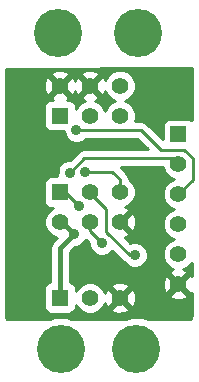
<source format=gbl>
%FSLAX34Y34*%
G04 Gerber Fmt 3.4, Leading zero omitted, Abs format*
G04 (created by PCBNEW (2013-11-28 BZR 4510)-product) date Thu 12 Jun 2014 08:21:47 PM EDT*
%MOIN*%
G01*
G70*
G90*
G04 APERTURE LIST*
%ADD10C,0.005906*%
%ADD11R,0.055000X0.055000*%
%ADD12C,0.055000*%
%ADD13C,0.160000*%
%ADD14C,0.035000*%
%ADD15C,0.010000*%
%ADD16C,0.015000*%
G04 APERTURE END LIST*
G54D10*
G54D11*
X51150Y-39100D03*
G54D12*
X52150Y-39100D03*
X53150Y-39100D03*
G54D11*
X51150Y-33025D03*
G54D12*
X52150Y-33025D03*
X53150Y-33025D03*
X51150Y-32025D03*
X52150Y-32025D03*
X53150Y-32025D03*
G54D13*
X51090Y-30270D03*
X53750Y-30270D03*
X51170Y-40800D03*
X53700Y-40800D03*
G54D11*
X51150Y-35575D03*
G54D12*
X51150Y-36575D03*
X52150Y-35575D03*
X52150Y-36575D03*
X53150Y-35575D03*
X53150Y-36575D03*
G54D11*
X55100Y-33650D03*
G54D12*
X55100Y-34650D03*
X55100Y-35650D03*
X55100Y-36650D03*
X55100Y-37650D03*
X55100Y-38650D03*
G54D14*
X50980Y-34920D03*
X51775Y-36025D03*
X52550Y-37275D03*
X51975Y-34900D03*
X51475Y-34925D03*
X53650Y-37675D03*
X51700Y-33500D03*
X51625Y-36975D03*
G54D15*
X50760Y-34700D02*
X50760Y-34680D01*
X50980Y-34920D02*
X50760Y-34700D01*
X51150Y-35575D02*
X51325Y-35575D01*
X51325Y-35575D02*
X51775Y-36025D01*
X52150Y-36575D02*
X52150Y-36875D01*
X52150Y-36875D02*
X52550Y-37275D01*
X53150Y-35575D02*
X53150Y-35150D01*
X52900Y-34900D02*
X51975Y-34900D01*
X53150Y-35150D02*
X52900Y-34900D01*
X53000Y-34450D02*
X54900Y-34450D01*
X54900Y-34450D02*
X55100Y-34650D01*
X51950Y-34450D02*
X51475Y-34925D01*
X53000Y-34450D02*
X51950Y-34450D01*
X52150Y-35575D02*
X52150Y-35600D01*
X53475Y-37675D02*
X53650Y-37675D01*
X52700Y-36900D02*
X53475Y-37675D01*
X52700Y-36150D02*
X52700Y-36900D01*
X52150Y-35600D02*
X52700Y-36150D01*
X52350Y-33500D02*
X53850Y-33500D01*
X55575Y-35175D02*
X55100Y-35650D01*
X55575Y-34450D02*
X55575Y-35175D01*
X55300Y-34175D02*
X55575Y-34450D01*
X54525Y-34175D02*
X55300Y-34175D01*
X53850Y-33500D02*
X54525Y-34175D01*
X52350Y-33500D02*
X51700Y-33500D01*
G54D16*
X51150Y-39100D02*
X51150Y-37450D01*
X51150Y-37450D02*
X51625Y-36975D01*
X51625Y-36975D02*
X51225Y-36575D01*
X51225Y-36575D02*
X51150Y-36575D01*
G54D10*
G36*
X55540Y-39630D02*
X55508Y-39819D01*
X55397Y-39819D01*
X55397Y-39017D01*
X55100Y-38720D01*
X55029Y-38791D01*
X55029Y-38650D01*
X54732Y-38352D01*
X54639Y-38377D01*
X54570Y-38574D01*
X54581Y-38782D01*
X54639Y-38922D01*
X54732Y-38947D01*
X55029Y-38650D01*
X55029Y-38791D01*
X54802Y-39017D01*
X54827Y-39110D01*
X55024Y-39179D01*
X55232Y-39168D01*
X55372Y-39110D01*
X55397Y-39017D01*
X55397Y-39819D01*
X54071Y-39817D01*
X53909Y-39750D01*
X53679Y-39749D01*
X53679Y-39175D01*
X53668Y-38967D01*
X53610Y-38827D01*
X53517Y-38802D01*
X53447Y-38873D01*
X53447Y-38732D01*
X53422Y-38639D01*
X53225Y-38570D01*
X53017Y-38581D01*
X52877Y-38639D01*
X52852Y-38732D01*
X53150Y-39029D01*
X53447Y-38732D01*
X53447Y-38873D01*
X53220Y-39100D01*
X53517Y-39397D01*
X53610Y-39372D01*
X53679Y-39175D01*
X53679Y-39749D01*
X53492Y-39749D01*
X53447Y-39768D01*
X53447Y-39467D01*
X53150Y-39170D01*
X52852Y-39467D01*
X52877Y-39560D01*
X53074Y-39629D01*
X53282Y-39618D01*
X53422Y-39560D01*
X53447Y-39467D01*
X53447Y-39768D01*
X53331Y-39816D01*
X51532Y-39813D01*
X51379Y-39750D01*
X50962Y-39749D01*
X50810Y-39812D01*
X49369Y-39810D01*
X49359Y-39767D01*
X49359Y-31479D01*
X55540Y-31450D01*
X55540Y-33186D01*
X55516Y-33163D01*
X55424Y-33125D01*
X55325Y-33125D01*
X54775Y-33125D01*
X54683Y-33163D01*
X54613Y-33233D01*
X54575Y-33325D01*
X54575Y-33424D01*
X54575Y-33800D01*
X54062Y-33287D01*
X53964Y-33222D01*
X53850Y-33200D01*
X53645Y-33200D01*
X53674Y-33129D01*
X53675Y-32921D01*
X53595Y-32728D01*
X53447Y-32580D01*
X53314Y-32524D01*
X53447Y-32470D01*
X53594Y-32322D01*
X53674Y-32129D01*
X53675Y-31921D01*
X53595Y-31728D01*
X53447Y-31580D01*
X53254Y-31500D01*
X53046Y-31499D01*
X52853Y-31579D01*
X52705Y-31727D01*
X52652Y-31853D01*
X52610Y-31752D01*
X52517Y-31727D01*
X52447Y-31798D01*
X52447Y-31657D01*
X52422Y-31564D01*
X52225Y-31495D01*
X52017Y-31506D01*
X51877Y-31564D01*
X51852Y-31657D01*
X52150Y-31954D01*
X52447Y-31657D01*
X52447Y-31798D01*
X52220Y-32025D01*
X52517Y-32322D01*
X52610Y-32297D01*
X52649Y-32187D01*
X52704Y-32322D01*
X52852Y-32469D01*
X52985Y-32525D01*
X52853Y-32579D01*
X52705Y-32727D01*
X52649Y-32860D01*
X52595Y-32728D01*
X52447Y-32580D01*
X52321Y-32527D01*
X52422Y-32485D01*
X52447Y-32392D01*
X52150Y-32095D01*
X52079Y-32166D01*
X52079Y-32025D01*
X51782Y-31727D01*
X51689Y-31752D01*
X51653Y-31855D01*
X51610Y-31752D01*
X51517Y-31727D01*
X51447Y-31798D01*
X51447Y-31657D01*
X51422Y-31564D01*
X51225Y-31495D01*
X51017Y-31506D01*
X50877Y-31564D01*
X50852Y-31657D01*
X51150Y-31954D01*
X51447Y-31657D01*
X51447Y-31798D01*
X51220Y-32025D01*
X51517Y-32322D01*
X51610Y-32297D01*
X51646Y-32194D01*
X51689Y-32297D01*
X51782Y-32322D01*
X52079Y-32025D01*
X52079Y-32166D01*
X51852Y-32392D01*
X51877Y-32485D01*
X51987Y-32524D01*
X51853Y-32579D01*
X51705Y-32727D01*
X51675Y-32799D01*
X51675Y-32700D01*
X51636Y-32608D01*
X51566Y-32538D01*
X51474Y-32500D01*
X51387Y-32500D01*
X51422Y-32485D01*
X51447Y-32392D01*
X51150Y-32095D01*
X51079Y-32166D01*
X51079Y-32025D01*
X50782Y-31727D01*
X50689Y-31752D01*
X50620Y-31949D01*
X50631Y-32157D01*
X50689Y-32297D01*
X50782Y-32322D01*
X51079Y-32025D01*
X51079Y-32166D01*
X50852Y-32392D01*
X50877Y-32485D01*
X50918Y-32500D01*
X50825Y-32500D01*
X50733Y-32538D01*
X50663Y-32608D01*
X50625Y-32700D01*
X50625Y-32799D01*
X50625Y-33349D01*
X50663Y-33441D01*
X50733Y-33511D01*
X50825Y-33550D01*
X50924Y-33550D01*
X51274Y-33550D01*
X51274Y-33584D01*
X51339Y-33740D01*
X51458Y-33860D01*
X51615Y-33924D01*
X51784Y-33925D01*
X51940Y-33860D01*
X52001Y-33800D01*
X52350Y-33800D01*
X53725Y-33800D01*
X54075Y-34150D01*
X53000Y-34150D01*
X51950Y-34150D01*
X51835Y-34172D01*
X51796Y-34198D01*
X51737Y-34237D01*
X51475Y-34500D01*
X51390Y-34499D01*
X51234Y-34564D01*
X51114Y-34683D01*
X51050Y-34840D01*
X51049Y-35009D01*
X51066Y-35050D01*
X50825Y-35050D01*
X50733Y-35088D01*
X50663Y-35158D01*
X50625Y-35250D01*
X50625Y-35349D01*
X50625Y-35899D01*
X50663Y-35991D01*
X50733Y-36061D01*
X50825Y-36100D01*
X50924Y-36100D01*
X50924Y-36100D01*
X50853Y-36129D01*
X50705Y-36277D01*
X50625Y-36470D01*
X50624Y-36678D01*
X50704Y-36872D01*
X50852Y-37019D01*
X51041Y-37098D01*
X50920Y-37220D01*
X50849Y-37325D01*
X50825Y-37450D01*
X50825Y-38575D01*
X50733Y-38613D01*
X50663Y-38683D01*
X50625Y-38775D01*
X50625Y-38874D01*
X50625Y-39424D01*
X50663Y-39516D01*
X50733Y-39586D01*
X50825Y-39625D01*
X50924Y-39625D01*
X51474Y-39625D01*
X51566Y-39586D01*
X51636Y-39516D01*
X51675Y-39424D01*
X51675Y-39325D01*
X51675Y-39325D01*
X51704Y-39397D01*
X51852Y-39544D01*
X52045Y-39624D01*
X52253Y-39625D01*
X52447Y-39545D01*
X52594Y-39397D01*
X52647Y-39271D01*
X52689Y-39372D01*
X52782Y-39397D01*
X53079Y-39100D01*
X52782Y-38802D01*
X52689Y-38827D01*
X52650Y-38937D01*
X52595Y-38803D01*
X52447Y-38655D01*
X52254Y-38575D01*
X52046Y-38574D01*
X51853Y-38654D01*
X51705Y-38802D01*
X51675Y-38874D01*
X51675Y-38775D01*
X51636Y-38683D01*
X51566Y-38613D01*
X51475Y-38575D01*
X51475Y-37584D01*
X51659Y-37400D01*
X51709Y-37400D01*
X51865Y-37335D01*
X51985Y-37216D01*
X52009Y-37158D01*
X52125Y-37274D01*
X52124Y-37359D01*
X52189Y-37515D01*
X52308Y-37635D01*
X52465Y-37699D01*
X52634Y-37700D01*
X52790Y-37635D01*
X52900Y-37525D01*
X53262Y-37887D01*
X53262Y-37887D01*
X53283Y-37900D01*
X53289Y-37915D01*
X53408Y-38035D01*
X53565Y-38099D01*
X53734Y-38100D01*
X53890Y-38035D01*
X54010Y-37916D01*
X54074Y-37759D01*
X54075Y-37590D01*
X54010Y-37434D01*
X53891Y-37314D01*
X53734Y-37250D01*
X53679Y-37250D01*
X53679Y-36650D01*
X53668Y-36442D01*
X53610Y-36302D01*
X53517Y-36277D01*
X53220Y-36575D01*
X53517Y-36872D01*
X53610Y-36847D01*
X53679Y-36650D01*
X53679Y-37250D01*
X53565Y-37249D01*
X53500Y-37276D01*
X53307Y-37083D01*
X53422Y-37035D01*
X53447Y-36942D01*
X53150Y-36645D01*
X53144Y-36651D01*
X53073Y-36580D01*
X53079Y-36575D01*
X53073Y-36569D01*
X53144Y-36498D01*
X53150Y-36504D01*
X53447Y-36207D01*
X53422Y-36114D01*
X53312Y-36075D01*
X53447Y-36020D01*
X53594Y-35872D01*
X53674Y-35679D01*
X53675Y-35471D01*
X53595Y-35278D01*
X53447Y-35130D01*
X53445Y-35129D01*
X53427Y-35035D01*
X53427Y-35035D01*
X53401Y-34996D01*
X53362Y-34937D01*
X53174Y-34750D01*
X54574Y-34750D01*
X54574Y-34753D01*
X54654Y-34947D01*
X54802Y-35094D01*
X54935Y-35150D01*
X54803Y-35204D01*
X54655Y-35352D01*
X54575Y-35545D01*
X54574Y-35753D01*
X54654Y-35947D01*
X54802Y-36094D01*
X54935Y-36150D01*
X54803Y-36204D01*
X54655Y-36352D01*
X54575Y-36545D01*
X54574Y-36753D01*
X54654Y-36947D01*
X54802Y-37094D01*
X54935Y-37150D01*
X54803Y-37204D01*
X54655Y-37352D01*
X54575Y-37545D01*
X54574Y-37753D01*
X54654Y-37947D01*
X54802Y-38094D01*
X54928Y-38147D01*
X54827Y-38189D01*
X54802Y-38282D01*
X55100Y-38579D01*
X55397Y-38282D01*
X55372Y-38189D01*
X55262Y-38150D01*
X55397Y-38095D01*
X55540Y-37952D01*
X55540Y-38371D01*
X55467Y-38352D01*
X55170Y-38650D01*
X55467Y-38947D01*
X55540Y-38928D01*
X55540Y-39630D01*
X55540Y-39630D01*
G37*
G54D15*
X55540Y-39630D02*
X55508Y-39819D01*
X55397Y-39819D01*
X55397Y-39017D01*
X55100Y-38720D01*
X55029Y-38791D01*
X55029Y-38650D01*
X54732Y-38352D01*
X54639Y-38377D01*
X54570Y-38574D01*
X54581Y-38782D01*
X54639Y-38922D01*
X54732Y-38947D01*
X55029Y-38650D01*
X55029Y-38791D01*
X54802Y-39017D01*
X54827Y-39110D01*
X55024Y-39179D01*
X55232Y-39168D01*
X55372Y-39110D01*
X55397Y-39017D01*
X55397Y-39819D01*
X54071Y-39817D01*
X53909Y-39750D01*
X53679Y-39749D01*
X53679Y-39175D01*
X53668Y-38967D01*
X53610Y-38827D01*
X53517Y-38802D01*
X53447Y-38873D01*
X53447Y-38732D01*
X53422Y-38639D01*
X53225Y-38570D01*
X53017Y-38581D01*
X52877Y-38639D01*
X52852Y-38732D01*
X53150Y-39029D01*
X53447Y-38732D01*
X53447Y-38873D01*
X53220Y-39100D01*
X53517Y-39397D01*
X53610Y-39372D01*
X53679Y-39175D01*
X53679Y-39749D01*
X53492Y-39749D01*
X53447Y-39768D01*
X53447Y-39467D01*
X53150Y-39170D01*
X52852Y-39467D01*
X52877Y-39560D01*
X53074Y-39629D01*
X53282Y-39618D01*
X53422Y-39560D01*
X53447Y-39467D01*
X53447Y-39768D01*
X53331Y-39816D01*
X51532Y-39813D01*
X51379Y-39750D01*
X50962Y-39749D01*
X50810Y-39812D01*
X49369Y-39810D01*
X49359Y-39767D01*
X49359Y-31479D01*
X55540Y-31450D01*
X55540Y-33186D01*
X55516Y-33163D01*
X55424Y-33125D01*
X55325Y-33125D01*
X54775Y-33125D01*
X54683Y-33163D01*
X54613Y-33233D01*
X54575Y-33325D01*
X54575Y-33424D01*
X54575Y-33800D01*
X54062Y-33287D01*
X53964Y-33222D01*
X53850Y-33200D01*
X53645Y-33200D01*
X53674Y-33129D01*
X53675Y-32921D01*
X53595Y-32728D01*
X53447Y-32580D01*
X53314Y-32524D01*
X53447Y-32470D01*
X53594Y-32322D01*
X53674Y-32129D01*
X53675Y-31921D01*
X53595Y-31728D01*
X53447Y-31580D01*
X53254Y-31500D01*
X53046Y-31499D01*
X52853Y-31579D01*
X52705Y-31727D01*
X52652Y-31853D01*
X52610Y-31752D01*
X52517Y-31727D01*
X52447Y-31798D01*
X52447Y-31657D01*
X52422Y-31564D01*
X52225Y-31495D01*
X52017Y-31506D01*
X51877Y-31564D01*
X51852Y-31657D01*
X52150Y-31954D01*
X52447Y-31657D01*
X52447Y-31798D01*
X52220Y-32025D01*
X52517Y-32322D01*
X52610Y-32297D01*
X52649Y-32187D01*
X52704Y-32322D01*
X52852Y-32469D01*
X52985Y-32525D01*
X52853Y-32579D01*
X52705Y-32727D01*
X52649Y-32860D01*
X52595Y-32728D01*
X52447Y-32580D01*
X52321Y-32527D01*
X52422Y-32485D01*
X52447Y-32392D01*
X52150Y-32095D01*
X52079Y-32166D01*
X52079Y-32025D01*
X51782Y-31727D01*
X51689Y-31752D01*
X51653Y-31855D01*
X51610Y-31752D01*
X51517Y-31727D01*
X51447Y-31798D01*
X51447Y-31657D01*
X51422Y-31564D01*
X51225Y-31495D01*
X51017Y-31506D01*
X50877Y-31564D01*
X50852Y-31657D01*
X51150Y-31954D01*
X51447Y-31657D01*
X51447Y-31798D01*
X51220Y-32025D01*
X51517Y-32322D01*
X51610Y-32297D01*
X51646Y-32194D01*
X51689Y-32297D01*
X51782Y-32322D01*
X52079Y-32025D01*
X52079Y-32166D01*
X51852Y-32392D01*
X51877Y-32485D01*
X51987Y-32524D01*
X51853Y-32579D01*
X51705Y-32727D01*
X51675Y-32799D01*
X51675Y-32700D01*
X51636Y-32608D01*
X51566Y-32538D01*
X51474Y-32500D01*
X51387Y-32500D01*
X51422Y-32485D01*
X51447Y-32392D01*
X51150Y-32095D01*
X51079Y-32166D01*
X51079Y-32025D01*
X50782Y-31727D01*
X50689Y-31752D01*
X50620Y-31949D01*
X50631Y-32157D01*
X50689Y-32297D01*
X50782Y-32322D01*
X51079Y-32025D01*
X51079Y-32166D01*
X50852Y-32392D01*
X50877Y-32485D01*
X50918Y-32500D01*
X50825Y-32500D01*
X50733Y-32538D01*
X50663Y-32608D01*
X50625Y-32700D01*
X50625Y-32799D01*
X50625Y-33349D01*
X50663Y-33441D01*
X50733Y-33511D01*
X50825Y-33550D01*
X50924Y-33550D01*
X51274Y-33550D01*
X51274Y-33584D01*
X51339Y-33740D01*
X51458Y-33860D01*
X51615Y-33924D01*
X51784Y-33925D01*
X51940Y-33860D01*
X52001Y-33800D01*
X52350Y-33800D01*
X53725Y-33800D01*
X54075Y-34150D01*
X53000Y-34150D01*
X51950Y-34150D01*
X51835Y-34172D01*
X51796Y-34198D01*
X51737Y-34237D01*
X51475Y-34500D01*
X51390Y-34499D01*
X51234Y-34564D01*
X51114Y-34683D01*
X51050Y-34840D01*
X51049Y-35009D01*
X51066Y-35050D01*
X50825Y-35050D01*
X50733Y-35088D01*
X50663Y-35158D01*
X50625Y-35250D01*
X50625Y-35349D01*
X50625Y-35899D01*
X50663Y-35991D01*
X50733Y-36061D01*
X50825Y-36100D01*
X50924Y-36100D01*
X50924Y-36100D01*
X50853Y-36129D01*
X50705Y-36277D01*
X50625Y-36470D01*
X50624Y-36678D01*
X50704Y-36872D01*
X50852Y-37019D01*
X51041Y-37098D01*
X50920Y-37220D01*
X50849Y-37325D01*
X50825Y-37450D01*
X50825Y-38575D01*
X50733Y-38613D01*
X50663Y-38683D01*
X50625Y-38775D01*
X50625Y-38874D01*
X50625Y-39424D01*
X50663Y-39516D01*
X50733Y-39586D01*
X50825Y-39625D01*
X50924Y-39625D01*
X51474Y-39625D01*
X51566Y-39586D01*
X51636Y-39516D01*
X51675Y-39424D01*
X51675Y-39325D01*
X51675Y-39325D01*
X51704Y-39397D01*
X51852Y-39544D01*
X52045Y-39624D01*
X52253Y-39625D01*
X52447Y-39545D01*
X52594Y-39397D01*
X52647Y-39271D01*
X52689Y-39372D01*
X52782Y-39397D01*
X53079Y-39100D01*
X52782Y-38802D01*
X52689Y-38827D01*
X52650Y-38937D01*
X52595Y-38803D01*
X52447Y-38655D01*
X52254Y-38575D01*
X52046Y-38574D01*
X51853Y-38654D01*
X51705Y-38802D01*
X51675Y-38874D01*
X51675Y-38775D01*
X51636Y-38683D01*
X51566Y-38613D01*
X51475Y-38575D01*
X51475Y-37584D01*
X51659Y-37400D01*
X51709Y-37400D01*
X51865Y-37335D01*
X51985Y-37216D01*
X52009Y-37158D01*
X52125Y-37274D01*
X52124Y-37359D01*
X52189Y-37515D01*
X52308Y-37635D01*
X52465Y-37699D01*
X52634Y-37700D01*
X52790Y-37635D01*
X52900Y-37525D01*
X53262Y-37887D01*
X53262Y-37887D01*
X53283Y-37900D01*
X53289Y-37915D01*
X53408Y-38035D01*
X53565Y-38099D01*
X53734Y-38100D01*
X53890Y-38035D01*
X54010Y-37916D01*
X54074Y-37759D01*
X54075Y-37590D01*
X54010Y-37434D01*
X53891Y-37314D01*
X53734Y-37250D01*
X53679Y-37250D01*
X53679Y-36650D01*
X53668Y-36442D01*
X53610Y-36302D01*
X53517Y-36277D01*
X53220Y-36575D01*
X53517Y-36872D01*
X53610Y-36847D01*
X53679Y-36650D01*
X53679Y-37250D01*
X53565Y-37249D01*
X53500Y-37276D01*
X53307Y-37083D01*
X53422Y-37035D01*
X53447Y-36942D01*
X53150Y-36645D01*
X53144Y-36651D01*
X53073Y-36580D01*
X53079Y-36575D01*
X53073Y-36569D01*
X53144Y-36498D01*
X53150Y-36504D01*
X53447Y-36207D01*
X53422Y-36114D01*
X53312Y-36075D01*
X53447Y-36020D01*
X53594Y-35872D01*
X53674Y-35679D01*
X53675Y-35471D01*
X53595Y-35278D01*
X53447Y-35130D01*
X53445Y-35129D01*
X53427Y-35035D01*
X53427Y-35035D01*
X53401Y-34996D01*
X53362Y-34937D01*
X53174Y-34750D01*
X54574Y-34750D01*
X54574Y-34753D01*
X54654Y-34947D01*
X54802Y-35094D01*
X54935Y-35150D01*
X54803Y-35204D01*
X54655Y-35352D01*
X54575Y-35545D01*
X54574Y-35753D01*
X54654Y-35947D01*
X54802Y-36094D01*
X54935Y-36150D01*
X54803Y-36204D01*
X54655Y-36352D01*
X54575Y-36545D01*
X54574Y-36753D01*
X54654Y-36947D01*
X54802Y-37094D01*
X54935Y-37150D01*
X54803Y-37204D01*
X54655Y-37352D01*
X54575Y-37545D01*
X54574Y-37753D01*
X54654Y-37947D01*
X54802Y-38094D01*
X54928Y-38147D01*
X54827Y-38189D01*
X54802Y-38282D01*
X55100Y-38579D01*
X55397Y-38282D01*
X55372Y-38189D01*
X55262Y-38150D01*
X55397Y-38095D01*
X55540Y-37952D01*
X55540Y-38371D01*
X55467Y-38352D01*
X55170Y-38650D01*
X55467Y-38947D01*
X55540Y-38928D01*
X55540Y-39630D01*
M02*

</source>
